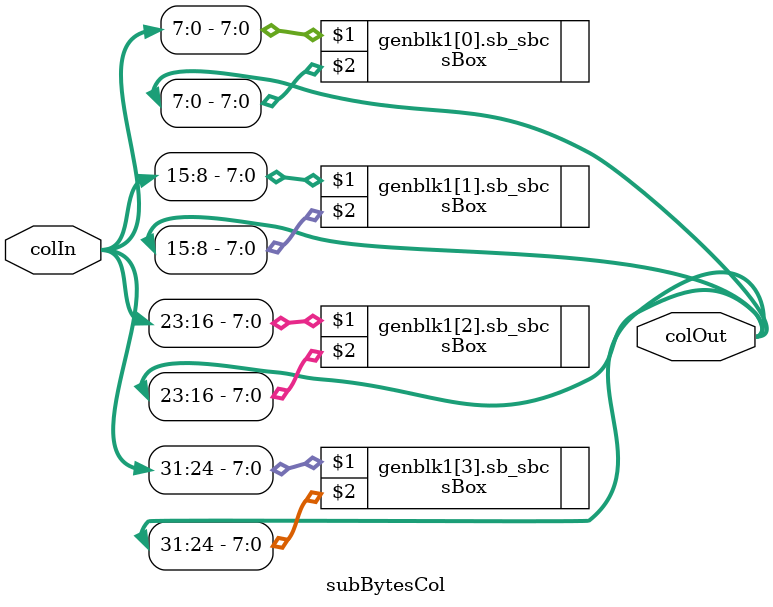
<source format=sv>
`timescale 1ps/1ps
module subBytes (
    input clk, rst, en,
	input [127:0] state,
	output reg [127:0] state_out,
    output reg done
);

    wire [127:0] state_out_comb; 
	genvar i;
    for (i=0; i<16; i=i+1)
        sBox sb_sb (state[8*i +: 8], state_out_comb[8*i +: 8]);

    pipeReg pipe_sb (clk, rst, en, state_out_comb, state_out, done);
    // assign state_out = state_out_comb;

    // initial begin
    //     #100;
    //     $display("subBytes\n%h %h %h %h\n%h %h %h %h\n%h %h %h %h\n%h %h %h %h\n",
    //         state_out[0+:8], state_out[32+:8], state_out[64+:8], state_out[96+:8],
    //         state_out[8+:8], state_out[40+:8], state_out[72+:8], state_out[104+:8],
    //         state_out[16+:8], state_out[48+:8], state_out[80+:8], state_out[112+:8],
    //         state_out[24+:8], state_out[56+:8], state_out[88+:8], state_out[120+:8]
    //         );
    // end

endmodule

module subBytesCol (
	input [31:0] colIn,
	output reg [31:0] colOut
);

	genvar i;
    for (i=0; i<4; i=i+1)
        sBox sb_sbc (colIn[8*i +: 8], colOut[8*i +: 8]);

endmodule
</source>
